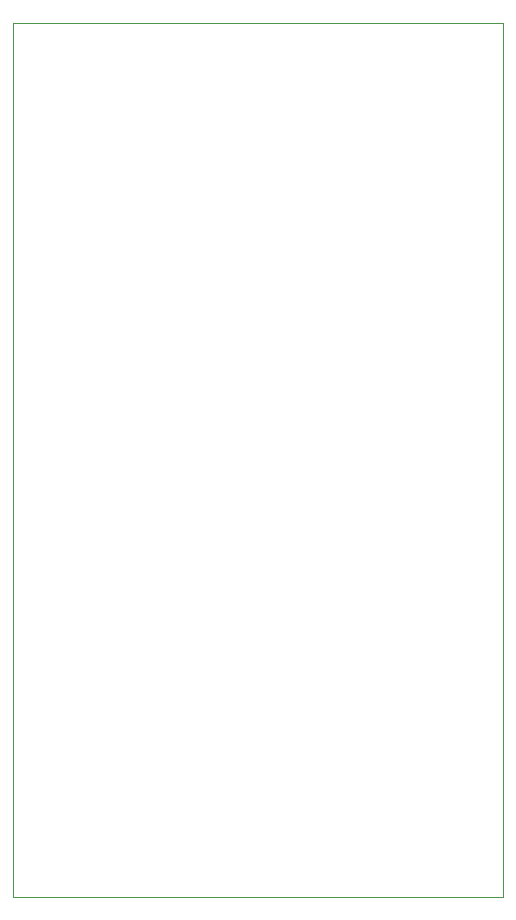
<source format=gm1>
G04 #@! TF.GenerationSoftware,KiCad,Pcbnew,(6.0.8)*
G04 #@! TF.CreationDate,2022-11-18T14:33:26-05:00*
G04 #@! TF.ProjectId,Emrick,456d7269-636b-42e6-9b69-6361645f7063,2*
G04 #@! TF.SameCoordinates,Original*
G04 #@! TF.FileFunction,Profile,NP*
%FSLAX46Y46*%
G04 Gerber Fmt 4.6, Leading zero omitted, Abs format (unit mm)*
G04 Created by KiCad (PCBNEW (6.0.8)) date 2022-11-18 14:33:26*
%MOMM*%
%LPD*%
G01*
G04 APERTURE LIST*
G04 #@! TA.AperFunction,Profile*
%ADD10C,0.100000*%
G04 #@! TD*
G04 APERTURE END LIST*
D10*
X123200000Y-16950000D02*
X123200000Y-91032500D01*
X81700000Y-16950000D02*
X123200000Y-16950000D01*
X81700000Y-91032500D02*
X81700000Y-16950000D01*
X81700000Y-91032500D02*
X123200000Y-91032500D01*
M02*

</source>
